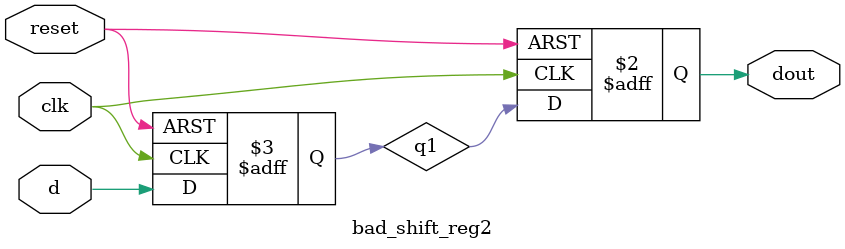
<source format=v>

module bad_shift_reg2 (input clk , input reset , input d , output reg dout);
reg q1;
always @ (posedge clk , posedge reset)
begin
	if(reset)
	begin
		q1 = 1'b0;
		dout = 1'b0;
	end
	else
	begin
		dout = q1;
		q1 = d;
	end
end
endmodule

</source>
